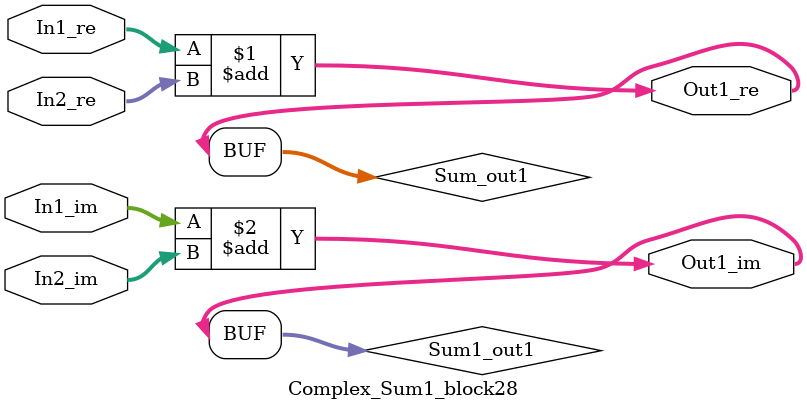
<source format=v>



`timescale 1 ns / 1 ns

module Complex_Sum1_block28
          (In1_re,
           In1_im,
           In2_re,
           In2_im,
           Out1_re,
           Out1_im);


  input   signed [36:0] In1_re;  // sfix37_En22
  input   signed [36:0] In1_im;  // sfix37_En22
  input   signed [36:0] In2_re;  // sfix37_En22
  input   signed [36:0] In2_im;  // sfix37_En22
  output  signed [36:0] Out1_re;  // sfix37_En22
  output  signed [36:0] Out1_im;  // sfix37_En22


  wire signed [36:0] Sum_out1;  // sfix37_En22
  wire signed [36:0] Sum1_out1;  // sfix37_En22


  assign Sum_out1 = In1_re + In2_re;



  assign Out1_re = Sum_out1;

  assign Sum1_out1 = In1_im + In2_im;



  assign Out1_im = Sum1_out1;

endmodule  // Complex_Sum1_block28


</source>
